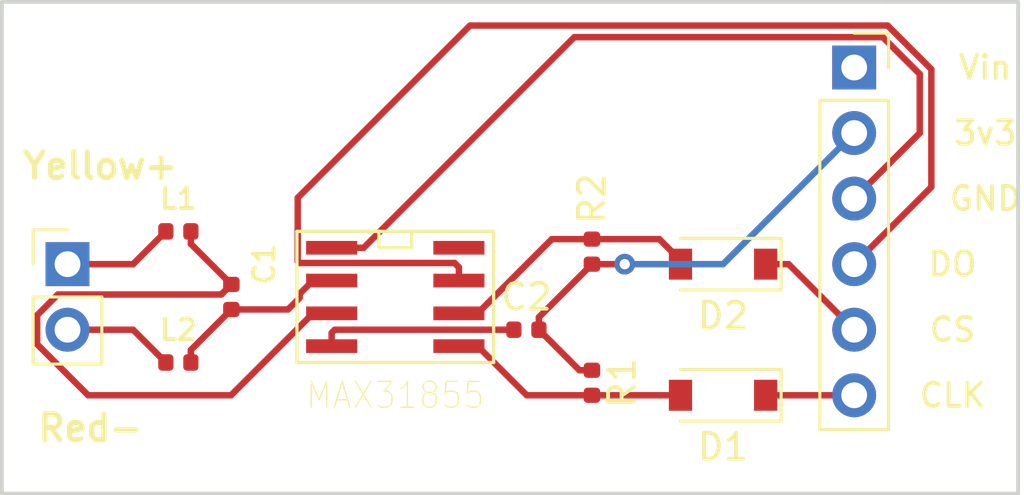
<source format=kicad_pcb>
(kicad_pcb (version 20171130) (host pcbnew "(5.0.0-3-g5ebb6b6)")

  (general
    (thickness 1.6)
    (drawings 14)
    (tracks 65)
    (zones 0)
    (modules 11)
    (nets 14)
  )

  (page A4)
  (layers
    (0 F.Cu signal)
    (1 In1.Cu power)
    (2 In2.Cu power)
    (31 B.Cu signal)
    (32 B.Adhes user)
    (33 F.Adhes user)
    (34 B.Paste user)
    (35 F.Paste user)
    (36 B.SilkS user)
    (37 F.SilkS user)
    (38 B.Mask user)
    (39 F.Mask user)
    (40 Dwgs.User user)
    (41 Cmts.User user)
    (42 Eco1.User user)
    (43 Eco2.User user)
    (44 Edge.Cuts user)
    (45 Margin user)
    (46 B.CrtYd user)
    (47 F.CrtYd user)
    (48 B.Fab user)
    (49 F.Fab user)
  )

  (setup
    (last_trace_width 0.25)
    (trace_clearance 0.2)
    (zone_clearance 0.508)
    (zone_45_only no)
    (trace_min 0.2)
    (segment_width 0.2)
    (edge_width 0.15)
    (via_size 0.8)
    (via_drill 0.4)
    (via_min_size 0.4)
    (via_min_drill 0.3)
    (uvia_size 0.3)
    (uvia_drill 0.1)
    (uvias_allowed no)
    (uvia_min_size 0.2)
    (uvia_min_drill 0.1)
    (pcb_text_width 0.3)
    (pcb_text_size 1.5 1.5)
    (mod_edge_width 0.15)
    (mod_text_size 1 1)
    (mod_text_width 0.15)
    (pad_size 1.524 1.524)
    (pad_drill 0.762)
    (pad_to_mask_clearance 0.2)
    (aux_axis_origin 0 0)
    (visible_elements FFFFFF7F)
    (pcbplotparams
      (layerselection 0x010fc_ffffffff)
      (usegerberextensions false)
      (usegerberattributes false)
      (usegerberadvancedattributes false)
      (creategerberjobfile false)
      (excludeedgelayer true)
      (linewidth 0.100000)
      (plotframeref false)
      (viasonmask false)
      (mode 1)
      (useauxorigin false)
      (hpglpennumber 1)
      (hpglpenspeed 20)
      (hpglpendiameter 15.000000)
      (psnegative false)
      (psa4output false)
      (plotreference true)
      (plotvalue true)
      (plotinvisibletext false)
      (padsonsilk false)
      (subtractmaskfromsilk false)
      (outputformat 1)
      (mirror false)
      (drillshape 1)
      (scaleselection 1)
      (outputdirectory ""))
  )

  (net 0 "")
  (net 1 "Net-(C1-Pad1)")
  (net 2 "Net-(C1-Pad2)")
  (net 3 GND)
  (net 4 "Net-(D1-Pad2)")
  (net 5 "Net-(D1-Pad1)")
  (net 6 "Net-(D2-Pad1)")
  (net 7 "Net-(D2-Pad2)")
  (net 8 "Net-(J1-Pad1)")
  (net 9 "Net-(J1-Pad2)")
  (net 10 +5V)
  (net 11 "Net-(J2-Pad4)")
  (net 12 "Net-(C2-Pad2)")
  (net 13 "Net-(C2-Pad1)")

  (net_class Default "This is the default net class."
    (clearance 0.2)
    (trace_width 0.25)
    (via_dia 0.8)
    (via_drill 0.4)
    (uvia_dia 0.3)
    (uvia_drill 0.1)
    (add_net +5V)
    (add_net GND)
    (add_net "Net-(C1-Pad1)")
    (add_net "Net-(C1-Pad2)")
    (add_net "Net-(C2-Pad1)")
    (add_net "Net-(C2-Pad2)")
    (add_net "Net-(D1-Pad1)")
    (add_net "Net-(D1-Pad2)")
    (add_net "Net-(D2-Pad1)")
    (add_net "Net-(D2-Pad2)")
    (add_net "Net-(J1-Pad1)")
    (add_net "Net-(J1-Pad2)")
    (add_net "Net-(J2-Pad4)")
  )

  (module Capacitor_SMD:C_0402_1005Metric (layer F.Cu) (tedit 5BC8025C) (tstamp 5BCAFC07)
    (at 157.48 87.63 270)
    (descr "Capacitor SMD 0402 (1005 Metric), square (rectangular) end terminal, IPC_7351 nominal, (Body size source: http://www.tortai-tech.com/upload/download/2011102023233369053.pdf), generated with kicad-footprint-generator")
    (tags capacitor)
    (path /5BB5A126)
    (attr smd)
    (fp_text reference C1 (at -1.27 -1.27 270) (layer F.SilkS)
      (effects (font (size 0.8 0.8) (thickness 0.15)))
    )
    (fp_text value ".01 uF" (at 0 1.17 270) (layer F.Fab) hide
      (effects (font (size 1 1) (thickness 0.15)))
    )
    (fp_line (start -0.5 0.25) (end -0.5 -0.25) (layer F.Fab) (width 0.1))
    (fp_line (start -0.5 -0.25) (end 0.5 -0.25) (layer F.Fab) (width 0.1))
    (fp_line (start 0.5 -0.25) (end 0.5 0.25) (layer F.Fab) (width 0.1))
    (fp_line (start 0.5 0.25) (end -0.5 0.25) (layer F.Fab) (width 0.1))
    (fp_line (start -0.93 0.47) (end -0.93 -0.47) (layer F.CrtYd) (width 0.05))
    (fp_line (start -0.93 -0.47) (end 0.93 -0.47) (layer F.CrtYd) (width 0.05))
    (fp_line (start 0.93 -0.47) (end 0.93 0.47) (layer F.CrtYd) (width 0.05))
    (fp_line (start 0.93 0.47) (end -0.93 0.47) (layer F.CrtYd) (width 0.05))
    (fp_text user %R (at 0 0 270) (layer F.Fab)
      (effects (font (size 0.25 0.25) (thickness 0.04)))
    )
    (pad 1 smd roundrect (at -0.485 0 270) (size 0.59 0.64) (layers F.Cu F.Paste F.Mask) (roundrect_rratio 0.25)
      (net 1 "Net-(C1-Pad1)"))
    (pad 2 smd roundrect (at 0.485 0 270) (size 0.59 0.64) (layers F.Cu F.Paste F.Mask) (roundrect_rratio 0.25)
      (net 2 "Net-(C1-Pad2)"))
    (model ${KISYS3DMOD}/Capacitor_SMD.3dshapes/C_0402_1005Metric.wrl
      (at (xyz 0 0 0))
      (scale (xyz 1 1 1))
      (rotate (xyz 0 0 0))
    )
  )

  (module Capacitor_SMD:C_0402_1005Metric (layer F.Cu) (tedit 5BBEE25C) (tstamp 5BCAFC16)
    (at 168.91 88.9)
    (descr "Capacitor SMD 0402 (1005 Metric), square (rectangular) end terminal, IPC_7351 nominal, (Body size source: http://www.tortai-tech.com/upload/download/2011102023233369053.pdf), generated with kicad-footprint-generator")
    (tags capacitor)
    (path /5BB5DB50)
    (attr smd)
    (fp_text reference C2 (at 0 -1.27) (layer F.SilkS)
      (effects (font (size 1 1) (thickness 0.15)))
    )
    (fp_text value "0.1 uF" (at 0 1.27) (layer F.Fab) hide
      (effects (font (size 1 1) (thickness 0.15)))
    )
    (fp_text user %R (at 0 0) (layer F.Fab)
      (effects (font (size 0.25 0.25) (thickness 0.04)))
    )
    (fp_line (start 0.93 0.47) (end -0.93 0.47) (layer F.CrtYd) (width 0.05))
    (fp_line (start 0.93 -0.47) (end 0.93 0.47) (layer F.CrtYd) (width 0.05))
    (fp_line (start -0.93 -0.47) (end 0.93 -0.47) (layer F.CrtYd) (width 0.05))
    (fp_line (start -0.93 0.47) (end -0.93 -0.47) (layer F.CrtYd) (width 0.05))
    (fp_line (start 0.5 0.25) (end -0.5 0.25) (layer F.Fab) (width 0.1))
    (fp_line (start 0.5 -0.25) (end 0.5 0.25) (layer F.Fab) (width 0.1))
    (fp_line (start -0.5 -0.25) (end 0.5 -0.25) (layer F.Fab) (width 0.1))
    (fp_line (start -0.5 0.25) (end -0.5 -0.25) (layer F.Fab) (width 0.1))
    (pad 2 smd roundrect (at 0.485 0) (size 0.59 0.64) (layers F.Cu F.Paste F.Mask) (roundrect_rratio 0.25)
      (net 12 "Net-(C2-Pad2)"))
    (pad 1 smd roundrect (at -0.485 0) (size 0.59 0.64) (layers F.Cu F.Paste F.Mask) (roundrect_rratio 0.25)
      (net 13 "Net-(C2-Pad1)"))
    (model ${KISYS3DMOD}/Capacitor_SMD.3dshapes/C_0402_1005Metric.wrl
      (at (xyz 0 0 0))
      (scale (xyz 1 1 1))
      (rotate (xyz 0 0 0))
    )
  )

  (module Connector_PinHeader_2.54mm:PinHeader_1x02_P2.54mm_Vertical (layer F.Cu) (tedit 5BC80068) (tstamp 5BCAFC50)
    (at 151.13 86.36)
    (descr "Through hole straight pin header, 1x02, 2.54mm pitch, single row")
    (tags "Through hole pin header THT 1x02 2.54mm single row")
    (path /5BB5AAEB)
    (fp_text reference J1 (at 0 -2.33) (layer F.SilkS) hide
      (effects (font (size 1 1) (thickness 0.15)))
    )
    (fp_text value Conn_01x02_Male (at 0 4.87) (layer F.Fab) hide
      (effects (font (size 1 1) (thickness 0.15)))
    )
    (fp_line (start -0.635 -1.27) (end 1.27 -1.27) (layer F.Fab) (width 0.1))
    (fp_line (start 1.27 -1.27) (end 1.27 3.81) (layer F.Fab) (width 0.1))
    (fp_line (start 1.27 3.81) (end -1.27 3.81) (layer F.Fab) (width 0.1))
    (fp_line (start -1.27 3.81) (end -1.27 -0.635) (layer F.Fab) (width 0.1))
    (fp_line (start -1.27 -0.635) (end -0.635 -1.27) (layer F.Fab) (width 0.1))
    (fp_line (start -1.33 3.87) (end 1.33 3.87) (layer F.SilkS) (width 0.12))
    (fp_line (start -1.33 1.27) (end -1.33 3.87) (layer F.SilkS) (width 0.12))
    (fp_line (start 1.33 1.27) (end 1.33 3.87) (layer F.SilkS) (width 0.12))
    (fp_line (start -1.33 1.27) (end 1.33 1.27) (layer F.SilkS) (width 0.12))
    (fp_line (start -1.33 0) (end -1.33 -1.33) (layer F.SilkS) (width 0.12))
    (fp_line (start -1.33 -1.33) (end 0 -1.33) (layer F.SilkS) (width 0.12))
    (fp_line (start -1.8 -1.8) (end -1.8 4.35) (layer F.CrtYd) (width 0.05))
    (fp_line (start -1.8 4.35) (end 1.8 4.35) (layer F.CrtYd) (width 0.05))
    (fp_line (start 1.8 4.35) (end 1.8 -1.8) (layer F.CrtYd) (width 0.05))
    (fp_line (start 1.8 -1.8) (end -1.8 -1.8) (layer F.CrtYd) (width 0.05))
    (fp_text user %R (at 0 1.27 90) (layer F.Fab)
      (effects (font (size 1 1) (thickness 0.15)))
    )
    (pad 1 thru_hole rect (at 0 0) (size 1.7 1.7) (drill 1) (layers *.Cu *.Mask)
      (net 8 "Net-(J1-Pad1)"))
    (pad 2 thru_hole oval (at 0 2.54) (size 1.7 1.7) (drill 1) (layers *.Cu *.Mask)
      (net 9 "Net-(J1-Pad2)"))
    (model ${KISYS3DMOD}/Connector_PinHeader_2.54mm.3dshapes/PinHeader_1x02_P2.54mm_Vertical.wrl
      (at (xyz 0 0 0))
      (scale (xyz 1 1 1))
      (rotate (xyz 0 0 0))
    )
  )

  (module Connector_PinSocket_2.54mm:PinSocket_1x06_P2.54mm_Vertical (layer F.Cu) (tedit 5BC8008C) (tstamp 5BCAFC6A)
    (at 181.61 78.74)
    (descr "Through hole straight socket strip, 1x06, 2.54mm pitch, single row (from Kicad 4.0.7), script generated")
    (tags "Through hole socket strip THT 1x06 2.54mm single row")
    (path /5BB5C524)
    (fp_text reference J2 (at 0 -2.77) (layer F.SilkS) hide
      (effects (font (size 1 1) (thickness 0.15)))
    )
    (fp_text value Conn_01x06_Female (at 8.334999 19.764999) (layer F.Fab) hide
      (effects (font (size 1 1) (thickness 0.15)))
    )
    (fp_line (start -1.27 -1.27) (end 0.635 -1.27) (layer F.Fab) (width 0.1))
    (fp_line (start 0.635 -1.27) (end 1.27 -0.635) (layer F.Fab) (width 0.1))
    (fp_line (start 1.27 -0.635) (end 1.27 13.97) (layer F.Fab) (width 0.1))
    (fp_line (start 1.27 13.97) (end -1.27 13.97) (layer F.Fab) (width 0.1))
    (fp_line (start -1.27 13.97) (end -1.27 -1.27) (layer F.Fab) (width 0.1))
    (fp_line (start -1.33 1.27) (end 1.33 1.27) (layer F.SilkS) (width 0.12))
    (fp_line (start -1.33 1.27) (end -1.33 14.03) (layer F.SilkS) (width 0.12))
    (fp_line (start -1.33 14.03) (end 1.33 14.03) (layer F.SilkS) (width 0.12))
    (fp_line (start 1.33 1.27) (end 1.33 14.03) (layer F.SilkS) (width 0.12))
    (fp_line (start 1.33 -1.33) (end 1.33 0) (layer F.SilkS) (width 0.12))
    (fp_line (start 0 -1.33) (end 1.33 -1.33) (layer F.SilkS) (width 0.12))
    (fp_line (start -1.8 -1.8) (end 1.75 -1.8) (layer F.CrtYd) (width 0.05))
    (fp_line (start 1.75 -1.8) (end 1.75 14.45) (layer F.CrtYd) (width 0.05))
    (fp_line (start 1.75 14.45) (end -1.8 14.45) (layer F.CrtYd) (width 0.05))
    (fp_line (start -1.8 14.45) (end -1.8 -1.8) (layer F.CrtYd) (width 0.05))
    (fp_text user %R (at 0 6.35 90) (layer F.Fab)
      (effects (font (size 1 1) (thickness 0.15)))
    )
    (pad 1 thru_hole rect (at 0 0) (size 1.7 1.7) (drill 1) (layers *.Cu *.Mask)
      (net 10 +5V))
    (pad 2 thru_hole oval (at 0 2.54) (size 1.7 1.7) (drill 1) (layers *.Cu *.Mask)
      (net 12 "Net-(C2-Pad2)"))
    (pad 3 thru_hole oval (at 0 5.08) (size 1.7 1.7) (drill 1) (layers *.Cu *.Mask)
      (net 3 GND))
    (pad 4 thru_hole oval (at 0 7.62) (size 1.7 1.7) (drill 1) (layers *.Cu *.Mask)
      (net 11 "Net-(J2-Pad4)"))
    (pad 5 thru_hole oval (at 0 10.16) (size 1.7 1.7) (drill 1) (layers *.Cu *.Mask)
      (net 6 "Net-(D2-Pad1)"))
    (pad 6 thru_hole oval (at 0 12.7) (size 1.7 1.7) (drill 1) (layers *.Cu *.Mask)
      (net 5 "Net-(D1-Pad1)"))
    (model ${KISYS3DMOD}/Connector_PinSocket_2.54mm.3dshapes/PinSocket_1x06_P2.54mm_Vertical.wrl
      (at (xyz 0 0 0))
      (scale (xyz 1 1 1))
      (rotate (xyz 0 0 0))
    )
  )

  (module Inductor_SMD:L_0402_1005Metric (layer F.Cu) (tedit 5BC80126) (tstamp 5BCAFC79)
    (at 155.425 85.09 180)
    (descr "Inductor SMD 0402 (1005 Metric), square (rectangular) end terminal, IPC_7351 nominal, (Body size source: http://www.tortai-tech.com/upload/download/2011102023233369053.pdf), generated with kicad-footprint-generator")
    (tags inductor)
    (path /5BB5A7BF)
    (attr smd)
    (fp_text reference L1 (at 0 1.27 180) (layer F.SilkS)
      (effects (font (size 0.8 0.8) (thickness 0.15)))
    )
    (fp_text value Ferrite_Bead (at 1.784999 1.924999 180) (layer F.Fab) hide
      (effects (font (size 1 1) (thickness 0.15)))
    )
    (fp_line (start -0.5 0.25) (end -0.5 -0.25) (layer F.Fab) (width 0.1))
    (fp_line (start -0.5 -0.25) (end 0.5 -0.25) (layer F.Fab) (width 0.1))
    (fp_line (start 0.5 -0.25) (end 0.5 0.25) (layer F.Fab) (width 0.1))
    (fp_line (start 0.5 0.25) (end -0.5 0.25) (layer F.Fab) (width 0.1))
    (fp_line (start -0.93 0.47) (end -0.93 -0.47) (layer F.CrtYd) (width 0.05))
    (fp_line (start -0.93 -0.47) (end 0.93 -0.47) (layer F.CrtYd) (width 0.05))
    (fp_line (start 0.93 -0.47) (end 0.93 0.47) (layer F.CrtYd) (width 0.05))
    (fp_line (start 0.93 0.47) (end -0.93 0.47) (layer F.CrtYd) (width 0.05))
    (fp_text user %R (at 0 0 180) (layer F.Fab)
      (effects (font (size 0.25 0.25) (thickness 0.04)))
    )
    (pad 1 smd roundrect (at -0.485 0 180) (size 0.59 0.64) (layers F.Cu F.Paste F.Mask) (roundrect_rratio 0.25)
      (net 1 "Net-(C1-Pad1)"))
    (pad 2 smd roundrect (at 0.485 0 180) (size 0.59 0.64) (layers F.Cu F.Paste F.Mask) (roundrect_rratio 0.25)
      (net 8 "Net-(J1-Pad1)"))
    (model ${KISYS3DMOD}/Inductor_SMD.3dshapes/L_0402_1005Metric.wrl
      (at (xyz 0 0 0))
      (scale (xyz 1 1 1))
      (rotate (xyz 0 0 0))
    )
  )

  (module Inductor_SMD:L_0402_1005Metric (layer F.Cu) (tedit 5BC80133) (tstamp 5BCAFC88)
    (at 155.425 90.17 180)
    (descr "Inductor SMD 0402 (1005 Metric), square (rectangular) end terminal, IPC_7351 nominal, (Body size source: http://www.tortai-tech.com/upload/download/2011102023233369053.pdf), generated with kicad-footprint-generator")
    (tags inductor)
    (path /5BB5A820)
    (attr smd)
    (fp_text reference L2 (at 0 1.27 180) (layer F.SilkS)
      (effects (font (size 0.8 0.8) (thickness 0.15)))
    )
    (fp_text value Ferrite_Bead (at 0 1.17 180) (layer F.Fab) hide
      (effects (font (size 1 1) (thickness 0.15)))
    )
    (fp_text user %R (at 0 0 180) (layer F.Fab)
      (effects (font (size 0.25 0.25) (thickness 0.04)))
    )
    (fp_line (start 0.93 0.47) (end -0.93 0.47) (layer F.CrtYd) (width 0.05))
    (fp_line (start 0.93 -0.47) (end 0.93 0.47) (layer F.CrtYd) (width 0.05))
    (fp_line (start -0.93 -0.47) (end 0.93 -0.47) (layer F.CrtYd) (width 0.05))
    (fp_line (start -0.93 0.47) (end -0.93 -0.47) (layer F.CrtYd) (width 0.05))
    (fp_line (start 0.5 0.25) (end -0.5 0.25) (layer F.Fab) (width 0.1))
    (fp_line (start 0.5 -0.25) (end 0.5 0.25) (layer F.Fab) (width 0.1))
    (fp_line (start -0.5 -0.25) (end 0.5 -0.25) (layer F.Fab) (width 0.1))
    (fp_line (start -0.5 0.25) (end -0.5 -0.25) (layer F.Fab) (width 0.1))
    (pad 2 smd roundrect (at 0.485 0 180) (size 0.59 0.64) (layers F.Cu F.Paste F.Mask) (roundrect_rratio 0.25)
      (net 9 "Net-(J1-Pad2)"))
    (pad 1 smd roundrect (at -0.485 0 180) (size 0.59 0.64) (layers F.Cu F.Paste F.Mask) (roundrect_rratio 0.25)
      (net 2 "Net-(C1-Pad2)"))
    (model ${KISYS3DMOD}/Inductor_SMD.3dshapes/L_0402_1005Metric.wrl
      (at (xyz 0 0 0))
      (scale (xyz 1 1 1))
      (rotate (xyz 0 0 0))
    )
  )

  (module Resistor_SMD:R_0402_1005Metric (layer F.Cu) (tedit 5BBEE258) (tstamp 5BCAFC97)
    (at 171.45 90.955 270)
    (descr "Resistor SMD 0402 (1005 Metric), square (rectangular) end terminal, IPC_7351 nominal, (Body size source: http://www.tortai-tech.com/upload/download/2011102023233369053.pdf), generated with kicad-footprint-generator")
    (tags resistor)
    (path /5BB5A697)
    (attr smd)
    (fp_text reference R1 (at 0 -1.17 270) (layer F.SilkS)
      (effects (font (size 1 1) (thickness 0.15)))
    )
    (fp_text value 10k (at 0 1.17 270) (layer F.Fab) hide
      (effects (font (size 1 1) (thickness 0.15)))
    )
    (fp_line (start -0.5 0.25) (end -0.5 -0.25) (layer F.Fab) (width 0.1))
    (fp_line (start -0.5 -0.25) (end 0.5 -0.25) (layer F.Fab) (width 0.1))
    (fp_line (start 0.5 -0.25) (end 0.5 0.25) (layer F.Fab) (width 0.1))
    (fp_line (start 0.5 0.25) (end -0.5 0.25) (layer F.Fab) (width 0.1))
    (fp_line (start -0.93 0.47) (end -0.93 -0.47) (layer F.CrtYd) (width 0.05))
    (fp_line (start -0.93 -0.47) (end 0.93 -0.47) (layer F.CrtYd) (width 0.05))
    (fp_line (start 0.93 -0.47) (end 0.93 0.47) (layer F.CrtYd) (width 0.05))
    (fp_line (start 0.93 0.47) (end -0.93 0.47) (layer F.CrtYd) (width 0.05))
    (fp_text user %R (at 0 0 270) (layer F.Fab)
      (effects (font (size 0.25 0.25) (thickness 0.04)))
    )
    (pad 1 smd roundrect (at -0.485 0 270) (size 0.59 0.64) (layers F.Cu F.Paste F.Mask) (roundrect_rratio 0.25)
      (net 12 "Net-(C2-Pad2)"))
    (pad 2 smd roundrect (at 0.485 0 270) (size 0.59 0.64) (layers F.Cu F.Paste F.Mask) (roundrect_rratio 0.25)
      (net 4 "Net-(D1-Pad2)"))
    (model ${KISYS3DMOD}/Resistor_SMD.3dshapes/R_0402_1005Metric.wrl
      (at (xyz 0 0 0))
      (scale (xyz 1 1 1))
      (rotate (xyz 0 0 0))
    )
  )

  (module Resistor_SMD:R_0402_1005Metric (layer F.Cu) (tedit 5BBEE254) (tstamp 5BCAFCA6)
    (at 171.45 85.875 270)
    (descr "Resistor SMD 0402 (1005 Metric), square (rectangular) end terminal, IPC_7351 nominal, (Body size source: http://www.tortai-tech.com/upload/download/2011102023233369053.pdf), generated with kicad-footprint-generator")
    (tags resistor)
    (path /5BB5B92E)
    (attr smd)
    (fp_text reference R2 (at -2.055 0 270) (layer F.SilkS)
      (effects (font (size 1 1) (thickness 0.15)))
    )
    (fp_text value 10k (at 0 1.27 270) (layer F.Fab) hide
      (effects (font (size 1 1) (thickness 0.15)))
    )
    (fp_text user %R (at 0 0 270) (layer F.Fab)
      (effects (font (size 0.25 0.25) (thickness 0.04)))
    )
    (fp_line (start 0.93 0.47) (end -0.93 0.47) (layer F.CrtYd) (width 0.05))
    (fp_line (start 0.93 -0.47) (end 0.93 0.47) (layer F.CrtYd) (width 0.05))
    (fp_line (start -0.93 -0.47) (end 0.93 -0.47) (layer F.CrtYd) (width 0.05))
    (fp_line (start -0.93 0.47) (end -0.93 -0.47) (layer F.CrtYd) (width 0.05))
    (fp_line (start 0.5 0.25) (end -0.5 0.25) (layer F.Fab) (width 0.1))
    (fp_line (start 0.5 -0.25) (end 0.5 0.25) (layer F.Fab) (width 0.1))
    (fp_line (start -0.5 -0.25) (end 0.5 -0.25) (layer F.Fab) (width 0.1))
    (fp_line (start -0.5 0.25) (end -0.5 -0.25) (layer F.Fab) (width 0.1))
    (pad 2 smd roundrect (at 0.485 0 270) (size 0.59 0.64) (layers F.Cu F.Paste F.Mask) (roundrect_rratio 0.25)
      (net 12 "Net-(C2-Pad2)"))
    (pad 1 smd roundrect (at -0.485 0 270) (size 0.59 0.64) (layers F.Cu F.Paste F.Mask) (roundrect_rratio 0.25)
      (net 7 "Net-(D2-Pad2)"))
    (model ${KISYS3DMOD}/Resistor_SMD.3dshapes/R_0402_1005Metric.wrl
      (at (xyz 0 0 0))
      (scale (xyz 1 1 1))
      (rotate (xyz 0 0 0))
    )
  )

  (module MAX31855:SO-8 (layer F.Cu) (tedit 5BC80081) (tstamp 5BCAFCBB)
    (at 163.83 87.63)
    (path /5BB59E3B)
    (attr smd)
    (fp_text reference U1 (at 0 3.81) (layer F.SilkS) hide
      (effects (font (size 0.641073 0.641073) (thickness 0.05)))
    )
    (fp_text value MAX31855 (at 0 3.81) (layer F.SilkS)
      (effects (font (size 1 0.9) (thickness 0.05)))
    )
    (fp_line (start -3.81 -2.54) (end -3.81 2.54) (layer F.SilkS) (width 0.127))
    (fp_line (start -3.81 2.54) (end 3.81 2.54) (layer F.SilkS) (width 0.127))
    (fp_line (start 3.81 2.54) (end 3.81 -2.54) (layer F.SilkS) (width 0.127))
    (fp_line (start 3.81 -2.54) (end 0.635 -2.54) (layer F.SilkS) (width 0.127))
    (fp_line (start 0.635 -2.54) (end -0.635 -2.54) (layer F.SilkS) (width 0.127))
    (fp_line (start -0.635 -2.54) (end -3.81 -2.54) (layer F.SilkS) (width 0.127))
    (fp_line (start -0.635 -2.54) (end -0.635 -1.905) (layer F.SilkS) (width 0.127))
    (fp_line (start -0.635 -1.905) (end 0.635 -1.905) (layer F.SilkS) (width 0.127))
    (fp_line (start 0.635 -1.905) (end 0.635 -2.54) (layer F.SilkS) (width 0.127))
    (pad 1 smd rect (at -2.465 -1.905) (size 1.98 0.53) (layers F.Cu F.Paste F.Mask)
      (net 3 GND))
    (pad 2 smd rect (at -2.465 -0.635) (size 1.98 0.53) (layers F.Cu F.Paste F.Mask)
      (net 2 "Net-(C1-Pad2)"))
    (pad 3 smd rect (at -2.465 0.635) (size 1.98 0.53) (layers F.Cu F.Paste F.Mask)
      (net 1 "Net-(C1-Pad1)"))
    (pad 4 smd rect (at -2.465 1.905) (size 1.98 0.53) (layers F.Cu F.Paste F.Mask)
      (net 13 "Net-(C2-Pad1)"))
    (pad 5 smd rect (at 2.465 1.905) (size 1.98 0.53) (layers F.Cu F.Paste F.Mask)
      (net 4 "Net-(D1-Pad2)"))
    (pad 6 smd rect (at 2.465 0.635) (size 1.98 0.53) (layers F.Cu F.Paste F.Mask)
      (net 7 "Net-(D2-Pad2)"))
    (pad 7 smd rect (at 2.465 -0.635) (size 1.98 0.53) (layers F.Cu F.Paste F.Mask)
      (net 11 "Net-(J2-Pad4)"))
    (pad 8 smd rect (at 2.465 -1.905) (size 1.98 0.53) (layers F.Cu F.Paste F.Mask))
  )

  (module Diode_SMD:D_SOD-123 (layer F.Cu) (tedit 5BCD3EA7) (tstamp 5BCD3ED2)
    (at 176.53 91.44 180)
    (descr SOD-123)
    (tags SOD-123)
    (path /5BB5B7A9)
    (attr smd)
    (fp_text reference D1 (at 0 -2 180) (layer F.SilkS)
      (effects (font (size 1 1) (thickness 0.15)))
    )
    (fp_text value 1N4148 (at 0 2.1 180) (layer F.Fab) hide
      (effects (font (size 1 1) (thickness 0.15)))
    )
    (fp_line (start -2.25 -1) (end 1.65 -1) (layer F.SilkS) (width 0.12))
    (fp_line (start -2.25 1) (end 1.65 1) (layer F.SilkS) (width 0.12))
    (fp_line (start -2.35 -1.15) (end -2.35 1.15) (layer F.CrtYd) (width 0.05))
    (fp_line (start 2.35 1.15) (end -2.35 1.15) (layer F.CrtYd) (width 0.05))
    (fp_line (start 2.35 -1.15) (end 2.35 1.15) (layer F.CrtYd) (width 0.05))
    (fp_line (start -2.35 -1.15) (end 2.35 -1.15) (layer F.CrtYd) (width 0.05))
    (fp_line (start -1.4 -0.9) (end 1.4 -0.9) (layer F.Fab) (width 0.1))
    (fp_line (start 1.4 -0.9) (end 1.4 0.9) (layer F.Fab) (width 0.1))
    (fp_line (start 1.4 0.9) (end -1.4 0.9) (layer F.Fab) (width 0.1))
    (fp_line (start -1.4 0.9) (end -1.4 -0.9) (layer F.Fab) (width 0.1))
    (fp_line (start -0.75 0) (end -0.35 0) (layer F.Fab) (width 0.1))
    (fp_line (start -0.35 0) (end -0.35 -0.55) (layer F.Fab) (width 0.1))
    (fp_line (start -0.35 0) (end -0.35 0.55) (layer F.Fab) (width 0.1))
    (fp_line (start -0.35 0) (end 0.25 -0.4) (layer F.Fab) (width 0.1))
    (fp_line (start 0.25 -0.4) (end 0.25 0.4) (layer F.Fab) (width 0.1))
    (fp_line (start 0.25 0.4) (end -0.35 0) (layer F.Fab) (width 0.1))
    (fp_line (start 0.25 0) (end 0.75 0) (layer F.Fab) (width 0.1))
    (fp_line (start -2.25 -1) (end -2.25 1) (layer F.SilkS) (width 0.12))
    (fp_text user %R (at 0 -2 180) (layer F.Fab)
      (effects (font (size 1 1) (thickness 0.15)))
    )
    (pad 2 smd rect (at 1.65 0 180) (size 0.9 1.2) (layers F.Cu F.Paste F.Mask)
      (net 4 "Net-(D1-Pad2)"))
    (pad 1 smd rect (at -1.65 0 180) (size 0.9 1.2) (layers F.Cu F.Paste F.Mask)
      (net 5 "Net-(D1-Pad1)"))
    (model ${KISYS3DMOD}/Diode_SMD.3dshapes/D_SOD-123.wrl
      (at (xyz 0 0 0))
      (scale (xyz 1 1 1))
      (rotate (xyz 0 0 0))
    )
  )

  (module Diode_SMD:D_SOD-123 (layer F.Cu) (tedit 5BCD3F27) (tstamp 5BCD3EEB)
    (at 176.53 86.36 180)
    (descr SOD-123)
    (tags SOD-123)
    (path /5BB5B70F)
    (attr smd)
    (fp_text reference D2 (at 0 -2 180) (layer F.SilkS)
      (effects (font (size 1 1) (thickness 0.15)))
    )
    (fp_text value 1N4148 (at 0 2.1 180) (layer F.Fab) hide
      (effects (font (size 1 1) (thickness 0.15)))
    )
    (fp_text user %R (at 0 -2 180) (layer F.Fab)
      (effects (font (size 1 1) (thickness 0.15)))
    )
    (fp_line (start -2.25 -1) (end -2.25 1) (layer F.SilkS) (width 0.12))
    (fp_line (start 0.25 0) (end 0.75 0) (layer F.Fab) (width 0.1))
    (fp_line (start 0.25 0.4) (end -0.35 0) (layer F.Fab) (width 0.1))
    (fp_line (start 0.25 -0.4) (end 0.25 0.4) (layer F.Fab) (width 0.1))
    (fp_line (start -0.35 0) (end 0.25 -0.4) (layer F.Fab) (width 0.1))
    (fp_line (start -0.35 0) (end -0.35 0.55) (layer F.Fab) (width 0.1))
    (fp_line (start -0.35 0) (end -0.35 -0.55) (layer F.Fab) (width 0.1))
    (fp_line (start -0.75 0) (end -0.35 0) (layer F.Fab) (width 0.1))
    (fp_line (start -1.4 0.9) (end -1.4 -0.9) (layer F.Fab) (width 0.1))
    (fp_line (start 1.4 0.9) (end -1.4 0.9) (layer F.Fab) (width 0.1))
    (fp_line (start 1.4 -0.9) (end 1.4 0.9) (layer F.Fab) (width 0.1))
    (fp_line (start -1.4 -0.9) (end 1.4 -0.9) (layer F.Fab) (width 0.1))
    (fp_line (start -2.35 -1.15) (end 2.35 -1.15) (layer F.CrtYd) (width 0.05))
    (fp_line (start 2.35 -1.15) (end 2.35 1.15) (layer F.CrtYd) (width 0.05))
    (fp_line (start 2.35 1.15) (end -2.35 1.15) (layer F.CrtYd) (width 0.05))
    (fp_line (start -2.35 -1.15) (end -2.35 1.15) (layer F.CrtYd) (width 0.05))
    (fp_line (start -2.25 1) (end 1.65 1) (layer F.SilkS) (width 0.12))
    (fp_line (start -2.25 -1) (end 1.65 -1) (layer F.SilkS) (width 0.12))
    (pad 1 smd rect (at -1.65 0 180) (size 0.9 1.2) (layers F.Cu F.Paste F.Mask)
      (net 6 "Net-(D2-Pad1)"))
    (pad 2 smd rect (at 1.65 0 180) (size 0.9 1.2) (layers F.Cu F.Paste F.Mask)
      (net 7 "Net-(D2-Pad2)"))
    (model ${KISYS3DMOD}/Diode_SMD.3dshapes/D_SOD-123.wrl
      (at (xyz 0 0 0))
      (scale (xyz 1 1 1))
      (rotate (xyz 0 0 0))
    )
  )

  (gr_line (start 187.96 76.2) (end 182.88 76.2) (layer Edge.Cuts) (width 0.15))
  (gr_line (start 187.96 95.25) (end 182.88 95.25) (layer Edge.Cuts) (width 0.15))
  (gr_text CLK (at 185.42 91.44) (layer F.SilkS) (tstamp 5BC80336)
    (effects (font (size 0.9 0.9) (thickness 0.15)))
  )
  (gr_text CS (at 185.42 88.9) (layer F.SilkS) (tstamp 5BC80331)
    (effects (font (size 0.9 0.9) (thickness 0.15)))
  )
  (gr_text DO (at 185.42 86.36) (layer F.SilkS) (tstamp 5BC8032B)
    (effects (font (size 0.9 0.9) (thickness 0.15)))
  )
  (gr_text GND (at 186.69 83.82) (layer F.SilkS) (tstamp 5BC8030E)
    (effects (font (size 0.9 0.9) (thickness 0.15)))
  )
  (gr_text 3v3 (at 186.69 81.28) (layer F.SilkS) (tstamp 5BC8030E)
    (effects (font (size 0.9 0.9) (thickness 0.15)))
  )
  (gr_text Vin (at 186.69 78.74) (layer F.SilkS)
    (effects (font (size 0.9 0.9) (thickness 0.15)))
  )
  (gr_text Yellow+ (at 152.4 82.55) (layer F.SilkS)
    (effects (font (size 1 1) (thickness 0.2)))
  )
  (gr_text "Red- \n" (at 152.4 92.71) (layer F.SilkS)
    (effects (font (size 1 1) (thickness 0.2)))
  )
  (gr_line (start 187.96 95.25) (end 187.96 76.2) (layer Edge.Cuts) (width 0.15))
  (gr_line (start 148.59 95.25) (end 182.88 95.25) (layer Edge.Cuts) (width 0.15))
  (gr_line (start 148.59 76.2) (end 148.59 95.25) (layer Edge.Cuts) (width 0.15))
  (gr_line (start 182.88 76.2) (end 148.59 76.2) (layer Edge.Cuts) (width 0.15))

  (segment (start 155.91 85.575) (end 157.48 87.145) (width 0.25) (layer F.Cu) (net 1))
  (segment (start 155.91 85.09) (end 155.91 85.575) (width 0.25) (layer F.Cu) (net 1))
  (segment (start 157.145832 87.479168) (end 157.48 87.145) (width 0.25) (layer F.Cu) (net 1))
  (segment (start 157.089999 87.535001) (end 157.145832 87.479168) (width 0.25) (layer F.Cu) (net 1))
  (segment (start 150.755997 87.535001) (end 157.089999 87.535001) (width 0.25) (layer F.Cu) (net 1))
  (segment (start 149.954999 88.335999) (end 150.755997 87.535001) (width 0.25) (layer F.Cu) (net 1))
  (segment (start 149.954999 89.464001) (end 149.954999 88.335999) (width 0.25) (layer F.Cu) (net 1))
  (segment (start 151.930998 91.44) (end 149.954999 89.464001) (width 0.25) (layer F.Cu) (net 1))
  (segment (start 157.465 91.44) (end 151.930998 91.44) (width 0.25) (layer F.Cu) (net 1))
  (segment (start 160.64 88.265) (end 157.465 91.44) (width 0.25) (layer F.Cu) (net 1))
  (segment (start 161.365 88.265) (end 160.64 88.265) (width 0.25) (layer F.Cu) (net 1))
  (segment (start 155.91 89.685) (end 157.48 88.115) (width 0.25) (layer F.Cu) (net 2))
  (segment (start 155.91 90.17) (end 155.91 89.685) (width 0.25) (layer F.Cu) (net 2))
  (segment (start 160.64 86.995) (end 161.365 86.995) (width 0.25) (layer F.Cu) (net 2))
  (segment (start 160.125 87.51) (end 160.64 86.995) (width 0.25) (layer F.Cu) (net 2))
  (segment (start 160.125 87.664998) (end 160.125 87.51) (width 0.25) (layer F.Cu) (net 2))
  (segment (start 159.674998 88.115) (end 160.125 87.664998) (width 0.25) (layer F.Cu) (net 2))
  (segment (start 157.48 88.115) (end 159.674998 88.115) (width 0.25) (layer F.Cu) (net 2))
  (segment (start 162.605 85.725) (end 161.365 85.725) (width 0.25) (layer F.Cu) (net 3))
  (segment (start 170.765001 77.564999) (end 162.605 85.725) (width 0.25) (layer F.Cu) (net 3))
  (segment (start 182.720002 77.565) (end 170.765001 77.564999) (width 0.25) (layer F.Cu) (net 3))
  (segment (start 184.15 78.994998) (end 182.720002 77.565) (width 0.25) (layer F.Cu) (net 3))
  (segment (start 184.15 81.28) (end 184.15 78.994998) (width 0.25) (layer F.Cu) (net 3))
  (segment (start 181.61 83.82) (end 184.15 81.28) (width 0.25) (layer F.Cu) (net 3))
  (segment (start 171.03 91.44) (end 171.45 91.44) (width 0.25) (layer F.Cu) (net 4))
  (segment (start 168.925 91.44) (end 171.03 91.44) (width 0.25) (layer F.Cu) (net 4))
  (segment (start 167.02 89.535) (end 168.925 91.44) (width 0.25) (layer F.Cu) (net 4))
  (segment (start 166.295 89.535) (end 167.02 89.535) (width 0.25) (layer F.Cu) (net 4))
  (segment (start 171.45 91.44) (end 174.88 91.44) (width 0.25) (layer F.Cu) (net 4))
  (segment (start 178.18 91.44) (end 181.61 91.44) (width 0.25) (layer F.Cu) (net 5))
  (segment (start 179.07 86.36) (end 181.61 88.9) (width 0.25) (layer F.Cu) (net 6))
  (segment (start 178.18 86.36) (end 179.07 86.36) (width 0.25) (layer F.Cu) (net 6))
  (segment (start 171.03 85.39) (end 171.45 85.39) (width 0.25) (layer F.Cu) (net 7))
  (segment (start 169.895 85.39) (end 171.03 85.39) (width 0.25) (layer F.Cu) (net 7))
  (segment (start 167.02 88.265) (end 169.895 85.39) (width 0.25) (layer F.Cu) (net 7))
  (segment (start 166.295 88.265) (end 167.02 88.265) (width 0.25) (layer F.Cu) (net 7))
  (segment (start 174.88 86.21) (end 174.88 86.36) (width 0.25) (layer F.Cu) (net 7))
  (segment (start 174.06 85.39) (end 174.88 86.21) (width 0.25) (layer F.Cu) (net 7))
  (segment (start 171.45 85.39) (end 174.06 85.39) (width 0.25) (layer F.Cu) (net 7))
  (segment (start 153.67 86.36) (end 154.94 85.09) (width 0.25) (layer F.Cu) (net 8))
  (segment (start 151.13 86.36) (end 153.67 86.36) (width 0.25) (layer F.Cu) (net 8))
  (segment (start 153.67 88.9) (end 154.94 90.17) (width 0.25) (layer F.Cu) (net 9))
  (segment (start 151.13 88.9) (end 153.67 88.9) (width 0.25) (layer F.Cu) (net 9))
  (segment (start 184.60001 83.36999) (end 182.459999 85.510001) (width 0.25) (layer F.Cu) (net 11))
  (segment (start 184.60001 78.808598) (end 184.60001 83.36999) (width 0.25) (layer F.Cu) (net 11))
  (segment (start 182.459999 85.510001) (end 181.61 86.36) (width 0.25) (layer F.Cu) (net 11))
  (segment (start 182.906403 77.114991) (end 184.60001 78.808598) (width 0.25) (layer F.Cu) (net 11))
  (segment (start 166.72501 77.11499) (end 182.906403 77.114991) (width 0.25) (layer F.Cu) (net 11))
  (segment (start 160.049999 83.790001) (end 166.72501 77.11499) (width 0.25) (layer F.Cu) (net 11))
  (segment (start 160.114999 86.315001) (end 160.049999 86.250001) (width 0.25) (layer F.Cu) (net 11))
  (segment (start 166.130001 86.315001) (end 160.114999 86.315001) (width 0.25) (layer F.Cu) (net 11))
  (segment (start 166.295 86.48) (end 166.130001 86.315001) (width 0.25) (layer F.Cu) (net 11))
  (segment (start 160.049999 86.250001) (end 160.049999 83.790001) (width 0.25) (layer F.Cu) (net 11))
  (segment (start 166.295 86.995) (end 166.295 86.48) (width 0.25) (layer F.Cu) (net 11))
  (segment (start 170.965 90.47) (end 169.395 88.9) (width 0.25) (layer F.Cu) (net 12))
  (segment (start 171.45 90.47) (end 170.965 90.47) (width 0.25) (layer F.Cu) (net 12))
  (segment (start 169.395 88.415) (end 171.45 86.36) (width 0.25) (layer F.Cu) (net 12))
  (segment (start 169.395 88.9) (end 169.395 88.415) (width 0.25) (layer F.Cu) (net 12))
  (via (at 172.72 86.36) (size 0.8) (drill 0.4) (layers F.Cu B.Cu) (net 12))
  (segment (start 171.45 86.36) (end 172.72 86.36) (width 0.25) (layer F.Cu) (net 12))
  (segment (start 176.53 86.36) (end 181.61 81.28) (width 0.25) (layer B.Cu) (net 12))
  (segment (start 172.72 86.36) (end 176.53 86.36) (width 0.25) (layer B.Cu) (net 12))
  (segment (start 161.365 89.02) (end 161.365 89.535) (width 0.25) (layer F.Cu) (net 13))
  (segment (start 161.485 88.9) (end 161.365 89.02) (width 0.25) (layer F.Cu) (net 13))
  (segment (start 168.425 88.9) (end 161.485 88.9) (width 0.25) (layer F.Cu) (net 13))

)

</source>
